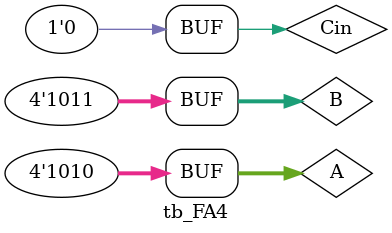
<source format=v>
`timescale 1ns / 1ps
module tb_FA4();
reg [3:0] A;
reg [3:0] B;
reg Cin;
wire [3:0] Sum;
wire Cout;
FA4 uut(
.A(A),
.B(B),
.Cin(Cin),
.Sum(Sum),
.Cout(Cout)
);
initial
begin
A = 4'b0110;
B = 4'b0100;
Cin = 1'b0;
# 20;
A = 4'b1000;
B = 4'b1001;
Cin = 1'b1;
# 20;
A = 4'b1110;
B = 4'b0010;
Cin = 1'b0;
# 20;
A = 4'b1010;
B = 4'b1011;
Cin = 1'b0;
# 20;
end
endmodule

</source>
